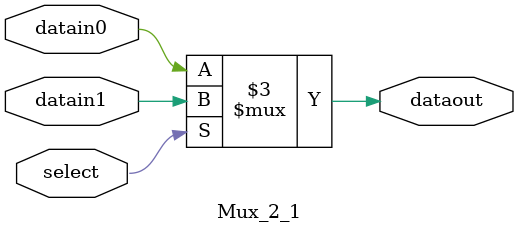
<source format=v>
module Mux_2_1 (select, datain0, datain1, dataout);
    input select;
    input datain0, datain1;
    output reg dataout;

    always @(*) begin
        if (select) 
            dataout <= datain1;
        else
            dataout <= datain0;
    end
endmodule

</source>
